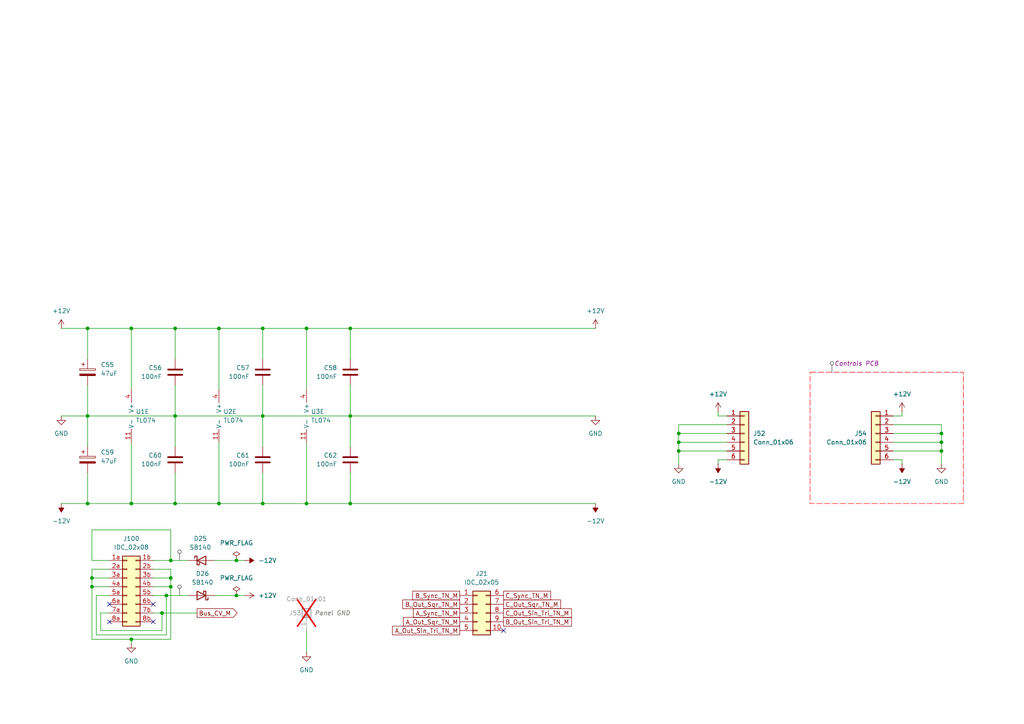
<source format=kicad_sch>
(kicad_sch (version 20250114) (generator "eeschema") (generator_version "9.0")
  (paper "A4")
  (title_block (title "Power Distribution") (company "DMH Instruments") (comment 1 "PCB for 10cm Kosmo format synthesizer module"))
  (lib_symbols
    (symbol "Amplifier_Operational:TL074" (pin_names (offset 0.127))
      (property "Reference" "U" (at 0 5.08 0))
      (property "Value" "TL074" (at 0 -5.08 0))
      (symbol "TL074_1_1"
        (polyline (pts (xy -5.08 5.08) (xy 5.08 0) (xy -5.08 -5.08) (xy -5.08 5.08)) (stroke (width 0.254)) (fill (type background)))
        (pin input line (at -7.62 2.54 0) (length 2.54) (name "+") (number "3"))
        (pin input line (at -7.62 -2.54 0) (length 2.54) (name "-") (number "2"))
        (pin output line (at 7.62 0 180) (length 2.54) (name "~") (number "1"))
      )
      (symbol "TL074_2_1"
        (polyline (pts (xy -5.08 5.08) (xy 5.08 0) (xy -5.08 -5.08) (xy -5.08 5.08)) (stroke (width 0.254)) (fill (type background)))
        (pin input line (at -7.62 2.54 0) (length 2.54) (name "+") (number "5"))
        (pin input line (at -7.62 -2.54 0) (length 2.54) (name "-") (number "6"))
        (pin output line (at 7.62 0 180) (length 2.54) (name "~") (number "7"))
      )
      (symbol "TL074_3_1"
        (polyline (pts (xy -5.08 5.08) (xy 5.08 0) (xy -5.08 -5.08) (xy -5.08 5.08)) (stroke (width 0.254)) (fill (type background)))
        (pin input line (at -7.62 2.54 0) (length 2.54) (name "+") (number "10"))
        (pin input line (at -7.62 -2.54 0) (length 2.54) (name "-") (number "9"))
        (pin output line (at 7.62 0 180) (length 2.54) (name "~") (number "8"))
      )
      (symbol "TL074_4_1"
        (polyline (pts (xy -5.08 5.08) (xy 5.08 0) (xy -5.08 -5.08) (xy -5.08 5.08)) (stroke (width 0.254)) (fill (type background)))
        (pin input line (at -7.62 2.54 0) (length 2.54) (name "+") (number "12"))
        (pin input line (at -7.62 -2.54 0) (length 2.54) (name "-") (number "13"))
        (pin output line (at 7.62 0 180) (length 2.54) (name "~") (number "14"))
      )
      (symbol "TL074_5_1"
        (pin power_in line (at -2.54 7.62 270) (length 3.81) (name "V+") (number "4"))
        (pin power_in line (at -2.54 -7.62 90) (length 3.81) (name "V-") (number "11"))
      )
    )
    (symbol "Connector_Generic:Conn_01x01" (pin_names (offset 1.016) (hide yes))
      (property "Reference" "J" (at 0 2.54 0))
      (property "Value" "Conn_01x01" (at 0 -2.54 0))
      (symbol "Conn_01x01_1_1"
        (rectangle (start -1.27 1.27) (end 1.27 -1.27) (stroke (width 0.254)) (fill (type background)))
        (rectangle (start -1.27 0.127) (end 0 -0.127) (stroke (width 0.1524)))
        (pin passive line (at -5.08 0 0) (length 3.81) (name "Pin_1") (number "1"))
      )
    )
    (symbol "Connector_Generic:Conn_01x06" (pin_names (offset 1.016) (hide yes))
      (property "Reference" "J" (at 0 7.62 0))
      (property "Value" "Conn_01x06" (at 0 -10.16 0))
      (symbol "Conn_01x06_1_1"
        (rectangle (start -1.27 6.35) (end 1.27 -8.89) (stroke (width 0.254)) (fill (type background)))
        (rectangle (start -1.27 5.207) (end 0 4.953) (stroke (width 0.1524)))
        (rectangle (start -1.27 2.667) (end 0 2.413) (stroke (width 0.1524)))
        (rectangle (start -1.27 0.127) (end 0 -0.127) (stroke (width 0.1524)))
        (rectangle (start -1.27 -2.413) (end 0 -2.667) (stroke (width 0.1524)))
        (rectangle (start -1.27 -4.953) (end 0 -5.207) (stroke (width 0.1524)))
        (rectangle (start -1.27 -7.493) (end 0 -7.747) (stroke (width 0.1524)))
        (pin passive line (at -5.08 5.08 0) (length 3.81) (name "Pin_1") (number "1"))
        (pin passive line (at -5.08 2.54 0) (length 3.81) (name "Pin_2") (number "2"))
        (pin passive line (at -5.08 0 0) (length 3.81) (name "Pin_3") (number "3"))
        (pin passive line (at -5.08 -2.54 0) (length 3.81) (name "Pin_4") (number "4"))
        (pin passive line (at -5.08 -5.08 0) (length 3.81) (name "Pin_5") (number "5"))
        (pin passive line (at -5.08 -7.62 0) (length 3.81) (name "Pin_6") (number "6"))
      )
    )
    (symbol "Device:C" (pin_numbers (hide yes)) (pin_names (offset 0.254))
      (property "Reference" "C" (at 0.635 2.54 0))
      (property "Value" "C" (at 0.635 -2.54 0))
      (symbol "C_0_1"
        (polyline (pts (xy -2.032 0.762) (xy 2.032 0.762)) (stroke (width 0.508)))
        (polyline (pts (xy -2.032 -0.762) (xy 2.032 -0.762)) (stroke (width 0.508)))
      )
      (symbol "C_1_1"
        (pin passive line (at 0 3.81 270) (length 2.794) (name "~") (number "1"))
        (pin passive line (at 0 -3.81 90) (length 2.794) (name "~") (number "2"))
      )
    )
    (symbol "Device:C_Polarized" (pin_numbers (hide yes)) (pin_names (offset 0.254))
      (property "Reference" "C" (at 0.635 2.54 0))
      (property "Value" "C_Polarized" (at 0.635 -2.54 0))
      (symbol "C_Polarized_0_1"
        (rectangle (start -2.286 0.508) (end 2.286 1.016))
        (polyline (pts (xy -1.778 2.286) (xy -0.762 2.286)))
        (polyline (pts (xy -1.27 2.794) (xy -1.27 1.778)))
        (rectangle (start 2.286 -0.508) (end -2.286 -1.016) (fill (type outline)))
      )
      (symbol "C_Polarized_1_1"
        (pin passive line (at 0 3.81 270) (length 2.794) (name "~") (number "1"))
        (pin passive line (at 0 -3.81 90) (length 2.794) (name "~") (number "2"))
      )
    )
    (symbol "Diode:SB140" (pin_numbers (hide yes)) (pin_names (offset 1.016) (hide yes))
      (property "Reference" "D" (at 0 2.54 0))
      (property "Value" "SB140" (at 0 -2.54 0))
      (symbol "SB140_0_1"
        (polyline (pts (xy -1.905 0.635) (xy -1.905 1.27) (xy -1.27 1.27) (xy -1.27 -1.27) (xy -0.635 -1.27) (xy -0.635 -0.635)) (stroke (width 0.254)))
        (polyline (pts (xy 1.27 1.27) (xy 1.27 -1.27) (xy -1.27 0) (xy 1.27 1.27)) (stroke (width 0.254)))
        (polyline (pts (xy 1.27 0) (xy -1.27 0)))
      )
      (symbol "SB140_1_1"
        (pin passive line (at -3.81 0 0) (length 2.54) (name "K") (number "1"))
        (pin passive line (at 3.81 0 180) (length 2.54) (name "A") (number "2"))
      )
    )
    (symbol "SynthStuff:BackBone_Connector_10Pin" (pin_names (offset 1.016) (hide yes))
      (property "Reference" "J" (at 0 -10.922 0))
      (property "Value" "IDC_02x05" (at 0 -8.382 0))
      (symbol "BackBone_Connector_10Pin_1_1"
        (rectangle (start -2.54 6.35) (end 2.54 -6.35) (stroke (width 0.254)) (fill (type background)))
        (rectangle (start -2.54 5.207) (end -1.27 4.953) (stroke (width 0.1524)))
        (rectangle (start -2.54 2.667) (end -1.27 2.413) (stroke (width 0.1524)))
        (rectangle (start -2.54 0.127) (end -1.27 -0.127) (stroke (width 0.1524)))
        (rectangle (start -2.54 -2.413) (end -1.27 -2.667) (stroke (width 0.1524)))
        (rectangle (start -2.54 -4.953) (end -1.27 -5.207) (stroke (width 0.1524)))
        (rectangle (start 2.54 5.207) (end 1.27 4.953) (stroke (width 0.1524)))
        (rectangle (start 2.54 2.667) (end 1.27 2.413) (stroke (width 0.1524)))
        (rectangle (start 2.54 0.127) (end 1.27 -0.127) (stroke (width 0.1524)))
        (rectangle (start 2.54 -2.413) (end 1.27 -2.667) (stroke (width 0.1524)))
        (rectangle (start 2.54 -4.953) (end 1.27 -5.207) (stroke (width 0.1524)))
        (pin passive line (at -6.35 5.08 0) (length 3.81) (name "Pin_1") (number "1"))
        (pin passive line (at -6.35 2.54 0) (length 3.81) (name "Pin_2") (number "2"))
        (pin passive line (at -6.35 0 0) (length 3.81) (name "Pin_3") (number "3"))
        (pin passive line (at -6.35 -2.54 0) (length 3.81) (name "Pin_4") (number "4"))
        (pin passive line (at -6.35 -5.08 0) (length 3.81) (name "Pin_5") (number "5"))
        (pin passive line (at 6.35 5.08 180) (length 3.81) (name "Pin_6") (number "6"))
        (pin passive line (at 6.35 2.54 180) (length 3.81) (name "Pin_7") (number "7"))
        (pin passive line (at 6.35 0 180) (length 3.81) (name "Pin_8") (number "8"))
        (pin passive line (at 6.35 -2.54 180) (length 3.81) (name "Pin_9") (number "9"))
        (pin passive line (at 6.35 -5.08 180) (length 3.81) (name "Pin_10") (number "10"))
      )
    )
    (symbol "SynthStuff:Eurorack_Power_Connector_16Pin" (pin_names (offset 1.016) (hide yes))
      (property "Reference" "J" (at 1.27 -16.51 0))
      (property "Value" "IDC_02x08" (at 1.27 -13.97 0))
      (symbol "Eurorack_Power_Connector_16Pin_1_1"
        (rectangle (start -1.27 8.89) (end 3.81 -11.43) (stroke (width 0.254)) (fill (type background)))
        (rectangle (start -1.27 7.747) (end 0 7.493) (stroke (width 0.1524)))
        (rectangle (start -1.27 5.207) (end 0 4.953) (stroke (width 0.1524)))
        (rectangle (start -1.27 2.667) (end 0 2.413) (stroke (width 0.1524)))
        (rectangle (start -1.27 0.127) (end 0 -0.127) (stroke (width 0.1524)))
        (rectangle (start -1.27 -2.413) (end 0 -2.667) (stroke (width 0.1524)))
        (rectangle (start -1.27 -4.953) (end 0 -5.207) (stroke (width 0.1524)))
        (rectangle (start -1.27 -7.493) (end 0 -7.747) (stroke (width 0.1524)))
        (rectangle (start -1.27 -10.033) (end 0 -10.287) (stroke (width 0.1524)))
        (rectangle (start 3.81 7.747) (end 2.54 7.493) (stroke (width 0.1524)))
        (rectangle (start 3.81 5.207) (end 2.54 4.953) (stroke (width 0.1524)))
        (rectangle (start 3.81 2.667) (end 2.54 2.413) (stroke (width 0.1524)))
        (rectangle (start 3.81 0.127) (end 2.54 -0.127) (stroke (width 0.1524)))
        (rectangle (start 3.81 -2.413) (end 2.54 -2.667) (stroke (width 0.1524)))
        (rectangle (start 3.81 -4.953) (end 2.54 -5.207) (stroke (width 0.1524)))
        (rectangle (start 3.81 -7.493) (end 2.54 -7.747) (stroke (width 0.1524)))
        (rectangle (start 3.81 -10.033) (end 2.54 -10.287) (stroke (width 0.1524)))
        (pin power_out line (at -5.08 7.62 0) (length 3.81) (name "Pin_1a") (number "1a"))
        (pin power_out line (at -5.08 5.08 0) (length 3.81) (name "Pin_2a") (number "2a"))
        (pin passive line (at -5.08 2.54 0) (length 3.81) (name "Pin_3a") (number "3a"))
        (pin passive line (at -5.08 0 0) (length 3.81) (name "Pin_4a") (number "4a"))
        (pin power_out line (at -5.08 -2.54 0) (length 3.81) (name "Pin_5a") (number "5a"))
        (pin power_out line (at -5.08 -5.08 0) (length 3.81) (name "Pin_6a") (number "6a"))
        (pin passive line (at -5.08 -7.62 0) (length 3.81) (name "Pin_7a") (number "7a"))
        (pin passive line (at -5.08 -10.16 0) (length 3.81) (name "Pin_8a") (number "8a"))
        (pin passive line (at 7.62 7.62 180) (length 3.81) (name "Pin_1b") (number "1b"))
        (pin passive line (at 7.62 5.08 180) (length 3.81) (name "Pin_2b") (number "2b"))
        (pin passive line (at 7.62 2.54 180) (length 3.81) (name "Pin_3b") (number "3b"))
        (pin passive line (at 7.62 0 180) (length 3.81) (name "Pin_4b") (number "4b"))
        (pin passive line (at 7.62 -2.54 180) (length 3.81) (name "Pin_5b") (number "5b"))
        (pin passive line (at 7.62 -5.08 180) (length 3.81) (name "Pin_6b") (number "6b"))
        (pin passive line (at 7.62 -7.62 180) (length 3.81) (name "Pin_7b") (number "7b"))
        (pin passive line (at 7.62 -10.16 180) (length 3.81) (name "Pin_8b") (number "8b"))
      )
    )
    (symbol "power:+12V" (power) (pin_numbers (hide yes)) (pin_names (offset 0) (hide yes))
      (property "Value" "+12V" (at 0 3.556 0))
      (symbol "+12V_0_1"
        (polyline (pts (xy -0.762 1.27) (xy 0 2.54)))
        (polyline (pts (xy 0 2.54) (xy 0.762 1.27)))
        (polyline (pts (xy 0 0) (xy 0 2.54)))
      )
      (symbol "+12V_1_1"
        (pin power_in line (at 0 0 90) (length 0) (name "~") (number "1"))
      )
    )
    (symbol "power:-12V" (power) (pin_numbers (hide yes)) (pin_names (offset 0) (hide yes))
      (property "Value" "-12V" (at 0 3.556 0))
      (symbol "-12V_0_0"
        (pin power_in line (at 0 0 90) (length 0) (name "~") (number "1"))
      )
      (symbol "-12V_0_1"
        (polyline (pts (xy 0 0) (xy 0 1.27) (xy 0.762 1.27) (xy 0 2.54) (xy -0.762 1.27) (xy 0 1.27)) (fill (type outline)))
      )
    )
    (symbol "power:GND" (power) (pin_numbers (hide yes)) (pin_names (offset 0) (hide yes))
      (property "Value" "GND" (at 0 -3.81 0))
      (symbol "GND_0_1"
        (polyline (pts (xy 0 0) (xy 0 -1.27) (xy 1.27 -1.27) (xy 0 -2.54) (xy -1.27 -1.27) (xy 0 -1.27)))
      )
      (symbol "GND_1_1"
        (pin power_in line (at 0 0 270) (length 0) (name "~") (number "1"))
      )
    )
    (symbol "power:PWR_FLAG" (power) (pin_numbers (hide yes)) (pin_names (offset 0) (hide yes))
      (property "Value" "PWR_FLAG" (at 0 3.81 0))
      (symbol "PWR_FLAG_0_0"
        (pin power_out line (at 0 0 90) (length 0) (name "~") (number "1"))
      )
      (symbol "PWR_FLAG_0_1"
        (polyline (pts (xy 0 0) (xy 0 1.27) (xy -1.016 1.905) (xy 0 2.54) (xy 1.016 1.905) (xy 0 1.27)))
      )
    )
  )
  (junction (at 68.58 162.56))
  (junction (at 101.6 120.65))
  (junction (at 196.85 125.73))
  (junction (at 76.2 95.25))
  (junction (at 50.8 120.65))
  (junction (at 273.05 130.81))
  (junction (at 25.4 146.05))
  (junction (at 196.85 128.27))
  (junction (at 50.8 146.05))
  (junction (at 88.9 146.05))
  (junction (at 101.6 146.05))
  (junction (at 196.85 130.81))
  (junction (at 38.1 146.05))
  (junction (at 48.26 172.72))
  (junction (at 38.1 95.25))
  (junction (at 88.9 95.25))
  (junction (at 68.58 172.72))
  (junction (at 273.05 128.27))
  (junction (at 50.8 95.25))
  (junction (at 38.1 185.42))
  (junction (at 46.99 177.8))
  (junction (at 25.4 120.65))
  (junction (at 63.5 95.25))
  (junction (at 49.53 167.64))
  (junction (at 101.6 95.25))
  (junction (at 49.53 170.18))
  (junction (at 76.2 146.05))
  (junction (at 273.05 125.73))
  (junction (at 76.2 120.65))
  (junction (at 26.67 170.18))
  (junction (at 49.53 162.56))
  (junction (at 25.4 95.25))
  (junction (at 63.5 146.05))
  (junction (at 26.67 167.64))
  (no_connect (at 146.05 182.88))
  (no_connect (at 44.45 180.34))
  (no_connect (at 31.75 175.26))
  (no_connect (at 44.45 175.26))
  (no_connect (at 31.75 180.34))
  (wire (pts (xy 76.2 111.76) (xy 76.2 120.65)))
  (wire (pts (xy 26.67 153.67) (xy 49.53 153.67)))
  (wire (pts (xy 208.28 119.38) (xy 208.28 120.65)))
  (wire (pts (xy 46.99 177.8) (xy 57.15 177.8)))
  (wire (pts (xy 25.4 146.05) (xy 38.1 146.05)))
  (wire (pts (xy 49.53 165.1) (xy 49.53 167.64)))
  (wire (pts (xy 196.85 130.81) (xy 196.85 128.27)))
  (wire (pts (xy 273.05 130.81) (xy 273.05 128.27)))
  (wire (pts (xy 76.2 137.16) (xy 76.2 146.05)))
  (wire (pts (xy 48.26 184.15) (xy 27.94 184.15)))
  (wire (pts (xy 261.62 133.35) (xy 259.08 133.35)))
  (wire (pts (xy 44.45 172.72) (xy 48.26 172.72)))
  (wire (pts (xy 26.67 162.56) (xy 26.67 153.67)))
  (wire (pts (xy 63.5 95.25) (xy 76.2 95.25)))
  (wire (pts (xy 17.78 120.65) (xy 25.4 120.65)))
  (wire (pts (xy 76.2 120.65) (xy 101.6 120.65)))
  (wire (pts (xy 196.85 128.27) (xy 210.82 128.27)))
  (wire (pts (xy 49.53 170.18) (xy 44.45 170.18)))
  (wire (pts (xy 273.05 134.62) (xy 273.05 130.81)))
  (wire (pts (xy 31.75 177.8) (xy 29.21 177.8)))
  (wire (pts (xy 38.1 146.05) (xy 50.8 146.05)))
  (wire (pts (xy 273.05 125.73) (xy 259.08 125.73)))
  (wire (pts (xy 101.6 95.25) (xy 172.72 95.25)))
  (wire (pts (xy 63.5 95.25) (xy 63.5 113.03)))
  (wire (pts (xy 62.23 172.72) (xy 68.58 172.72)))
  (wire (pts (xy 76.2 120.65) (xy 76.2 129.54)))
  (wire (pts (xy 88.9 95.25) (xy 88.9 113.03)))
  (wire (pts (xy 46.99 182.88) (xy 46.99 177.8)))
  (wire (pts (xy 26.67 167.64) (xy 26.67 170.18)))
  (wire (pts (xy 38.1 128.27) (xy 38.1 146.05)))
  (wire (pts (xy 25.4 95.25) (xy 25.4 104.14)))
  (wire (pts (xy 49.53 162.56) (xy 54.61 162.56)))
  (wire (pts (xy 76.2 95.25) (xy 88.9 95.25)))
  (wire (pts (xy 196.85 125.73) (xy 196.85 123.19)))
  (wire (pts (xy 196.85 128.27) (xy 196.85 125.73)))
  (wire (pts (xy 68.58 162.56) (xy 71.12 162.56)))
  (wire (pts (xy 17.78 95.25) (xy 25.4 95.25)))
  (wire (pts (xy 49.53 185.42) (xy 49.53 170.18)))
  (wire (pts (xy 38.1 95.25) (xy 50.8 95.25)))
  (wire (pts (xy 76.2 146.05) (xy 88.9 146.05)))
  (wire (pts (xy 25.4 95.25) (xy 38.1 95.25)))
  (wire (pts (xy 50.8 120.65) (xy 50.8 129.54)))
  (wire (pts (xy 196.85 125.73) (xy 210.82 125.73)))
  (wire (pts (xy 208.28 134.62) (xy 208.28 133.35)))
  (wire (pts (xy 196.85 123.19) (xy 210.82 123.19)))
  (wire (pts (xy 38.1 95.25) (xy 38.1 113.03)))
  (wire (pts (xy 88.9 182.88) (xy 88.9 189.23)))
  (wire (pts (xy 50.8 120.65) (xy 76.2 120.65)))
  (wire (pts (xy 38.1 185.42) (xy 38.1 186.69)))
  (wire (pts (xy 68.58 172.72) (xy 71.12 172.72)))
  (wire (pts (xy 27.94 184.15) (xy 27.94 172.72)))
  (wire (pts (xy 31.75 170.18) (xy 26.67 170.18)))
  (wire (pts (xy 101.6 111.76) (xy 101.6 120.65)))
  (wire (pts (xy 31.75 162.56) (xy 26.67 162.56)))
  (wire (pts (xy 25.4 111.76) (xy 25.4 120.65)))
  (wire (pts (xy 208.28 133.35) (xy 210.82 133.35)))
  (wire (pts (xy 26.67 170.18) (xy 26.67 185.42)))
  (wire (pts (xy 25.4 120.65) (xy 25.4 129.54)))
  (wire (pts (xy 26.67 165.1) (xy 26.67 167.64)))
  (wire (pts (xy 101.6 95.25) (xy 101.6 104.14)))
  (wire (pts (xy 208.28 120.65) (xy 210.82 120.65)))
  (wire (pts (xy 273.05 128.27) (xy 259.08 128.27)))
  (wire (pts (xy 31.75 165.1) (xy 26.67 165.1)))
  (wire (pts (xy 48.26 172.72) (xy 54.61 172.72)))
  (wire (pts (xy 50.8 95.25) (xy 63.5 95.25)))
  (wire (pts (xy 29.21 177.8) (xy 29.21 182.88)))
  (wire (pts (xy 101.6 137.16) (xy 101.6 146.05)))
  (wire (pts (xy 29.21 182.88) (xy 46.99 182.88)))
  (wire (pts (xy 273.05 128.27) (xy 273.05 125.73)))
  (wire (pts (xy 50.8 95.25) (xy 50.8 104.14)))
  (wire (pts (xy 63.5 128.27) (xy 63.5 146.05)))
  (wire (pts (xy 261.62 120.65) (xy 259.08 120.65)))
  (wire (pts (xy 273.05 123.19) (xy 259.08 123.19)))
  (wire (pts (xy 196.85 130.81) (xy 210.82 130.81)))
  (wire (pts (xy 44.45 177.8) (xy 46.99 177.8)))
  (wire (pts (xy 101.6 120.65) (xy 172.72 120.65)))
  (wire (pts (xy 25.4 137.16) (xy 25.4 146.05)))
  (wire (pts (xy 49.53 153.67) (xy 49.53 162.56)))
  (wire (pts (xy 62.23 162.56) (xy 68.58 162.56)))
  (wire (pts (xy 48.26 172.72) (xy 48.26 184.15)))
  (wire (pts (xy 38.1 185.42) (xy 49.53 185.42)))
  (wire (pts (xy 44.45 162.56) (xy 49.53 162.56)))
  (wire (pts (xy 50.8 146.05) (xy 63.5 146.05)))
  (wire (pts (xy 49.53 167.64) (xy 49.53 170.18)))
  (wire (pts (xy 50.8 137.16) (xy 50.8 146.05)))
  (wire (pts (xy 17.78 146.05) (xy 25.4 146.05)))
  (wire (pts (xy 26.67 185.42) (xy 38.1 185.42)))
  (wire (pts (xy 101.6 146.05) (xy 172.72 146.05)))
  (wire (pts (xy 50.8 111.76) (xy 50.8 120.65)))
  (wire (pts (xy 273.05 130.81) (xy 259.08 130.81)))
  (wire (pts (xy 88.9 128.27) (xy 88.9 146.05)))
  (wire (pts (xy 63.5 146.05) (xy 76.2 146.05)))
  (wire (pts (xy 88.9 146.05) (xy 101.6 146.05)))
  (wire (pts (xy 44.45 167.64) (xy 49.53 167.64)))
  (wire (pts (xy 101.6 120.65) (xy 101.6 129.54)))
  (wire (pts (xy 261.62 119.38) (xy 261.62 120.65)))
  (wire (pts (xy 44.45 165.1) (xy 49.53 165.1)))
  (wire (pts (xy 261.62 134.62) (xy 261.62 133.35)))
  (wire (pts (xy 273.05 125.73) (xy 273.05 123.19)))
  (wire (pts (xy 196.85 134.62) (xy 196.85 130.81)))
  (wire (pts (xy 76.2 95.25) (xy 76.2 104.14)))
  (wire (pts (xy 31.75 167.64) (xy 26.67 167.64)))
  (wire (pts (xy 25.4 120.65) (xy 50.8 120.65)))
  (wire (pts (xy 88.9 95.25) (xy 101.6 95.25)))
  (wire (pts (xy 27.94 172.72) (xy 31.75 172.72)))
  (global_label "Bus_CV_M" (shape output) (at 57.15 177.8 0) (property "Intersheetrefs" "${INTERSHEET_REFS}" (effects (hide yes))))
  (global_label "B_Out_Sqr_TN_M" (shape passive) (at 133.35 175.26 180) (property "Intersheetrefs" "${INTERSHEET_REFS}" (effects (hide yes))))
  (global_label "C_Out_Sqr_TN_M" (shape passive) (at 146.05 175.26 0) (property "Intersheetrefs" "${INTERSHEET_REFS}" (effects (hide yes))))
  (global_label "C_Sync_TN_M" (shape passive) (at 146.05 172.72 0) (property "Intersheetrefs" "${INTERSHEET_REFS}" (effects (hide yes))))
  (global_label "B_Out_Sin_Tri_TN_M" (shape passive) (at 146.05 180.34 0) (property "Intersheetrefs" "${INTERSHEET_REFS}" (effects (hide yes))))
  (global_label "B_Sync_TN_M" (shape passive) (at 133.35 172.72 180) (property "Intersheetrefs" "${INTERSHEET_REFS}" (effects (hide yes))))
  (global_label "A_Out_Sqr_TN_M" (shape passive) (at 133.35 180.34 180) (property "Intersheetrefs" "${INTERSHEET_REFS}" (effects (hide yes))))
  (global_label "A_Out_Sin_Tri_TN_M" (shape passive) (at 133.35 182.88 180) (property "Intersheetrefs" "${INTERSHEET_REFS}" (effects (hide yes))))
  (global_label "C_Out_Sin_Tri_TN_M" (shape passive) (at 146.05 177.8 0) (property "Intersheetrefs" "${INTERSHEET_REFS}" (effects (hide yes))))
  (global_label "A_Sync_TN_M" (shape passive) (at 133.35 177.8 180) (property "Intersheetrefs" "${INTERSHEET_REFS}" (effects (hide yes))))
  (rule_area (polyline (pts (xy 234.95 107.95) (xy 279.4 107.95) (xy 279.4 146.05) (xy 234.95 146.05)) (stroke (width 0) (type dash))))
  (netclass_flag "" (length 2.54) (shape round) (at 52.07 162.56 0) (property "Netclass" "Power" (effects (hide yes))))
  (netclass_flag "" (length 2.54) (shape round) (at 52.07 172.72 0) (property "Netclass" "Power" (effects (hide yes))))
  (netclass_flag "" (length 2.54) (shape round) (at 241.3 107.95 0) (property "Component Class" "Controls PCB" (at 241.9985 105.41 0) (effects (font (italic yes)) (justify left))))
  (symbol (lib_id "Device:C") (at 76.2 107.95 0) (mirror y) (unit 1) (on_board no)
    (property "Reference" "C57" (at 72.39 106.6799 0) (effects (justify left)))
    (property "Value" "100nF" (at 72.39 109.2199 0) (effects (justify left)))
    (property "Footprint" "Capacitor_THT:C_Disc_D4.3mm_W1.9mm_P5.00mm" (effects (hide yes)))
    (property "Description" "Unpolarized capacitor" (effects (hide yes)))
  )
  (symbol (lib_id "Diode:SB140") (at 58.42 162.56 0) (unit 1) (on_board no)
    (property "Reference" "D25" (at 58.1025 156.21 0))
    (property "Value" "SB140" (at 58.1025 158.75 0))
    (property "Footprint" "Diode_THT:D_DO-41_SOD81_P10.16mm_Horizontal" (effects (hide yes)))
    (property "Datasheet" "http://www.diodes.com/_files/datasheets/ds23022.pdf" (effects (hide yes)))
    (property "Description" "40V 1A Schottky Barrier Rectifier Diode, DO-41" (effects (hide yes)))
  )
  (symbol (lib_id "Device:C_Polarized") (at 25.4 133.35 0) (unit 1) (on_board no)
    (property "Reference" "C59" (at 29.21 131.1909 0) (effects (justify left)))
    (property "Value" "47uF" (at 29.21 133.7309 0) (effects (justify left)))
    (property "Footprint" "Capacitor_THT:CP_Radial_D5.0mm_P2.00mm" (effects (hide yes)))
    (property "Description" "Polarized capacitor" (effects (hide yes)))
  )
  (symbol (lib_id "Connector_Generic:Conn_01x06") (at 215.9 125.73 0) (unit 1) (on_board no)
    (property "Reference" "J52" (at 218.44 125.7299 0) (effects (justify left)))
    (property "Value" "Conn_01x06" (at 218.44 128.2699 0) (effects (justify left)))
    (property "Footprint" "Connector_PinHeader_2.54mm:PinHeader_1x06_P2.54mm_Vertical" (effects (hide yes)))
    (property "Description" "Generic connector, single row, 01x06, script generated (kicad-library-utils/schlib/autogen/connector/)" (effects (hide yes)))
  )
  (symbol (lib_id "Device:C") (at 101.6 107.95 0) (mirror y) (unit 1) (on_board no)
    (property "Reference" "C58" (at 97.79 106.6799 0) (effects (justify left)))
    (property "Value" "100nF" (at 97.79 109.2199 0) (effects (justify left)))
    (property "Footprint" "Capacitor_THT:C_Disc_D4.3mm_W1.9mm_P5.00mm" (effects (hide yes)))
    (property "Description" "Unpolarized capacitor" (effects (hide yes)))
  )
  (symbol (lib_id "power:+12V") (at 17.78 95.25 0) (unit 1) (on_board no)
    (property "Reference" "#PWR0199" (effects (hide yes)))
    (property "Value" "+12V" (at 17.78 90.17 0))
    (property "Description" "Power symbol creates a global label with name \"+12V\"" (effects (hide yes)))
  )
  (symbol (lib_id "power:GND") (at 38.1 186.69 0) (unit 1) (on_board no)
    (property "Reference" "#PWR0218" (effects (hide yes)))
    (property "Value" "GND" (at 38.1 191.77 0))
    (property "Description" "Power symbol creates a global label with name \"GND\" , ground" (effects (hide yes)))
  )
  (symbol (lib_id "Connector_Generic:Conn_01x06") (at 254 125.73 0) (mirror y) (unit 1)
    (property "Reference" "J54" (at 251.46 125.7299 0) (effects (justify left)))
    (property "Value" "Conn_01x06" (at 251.46 128.2699 0) (effects (justify left)))
    (property "Footprint" "Connector_PinSocket_2.54mm:PinSocket_1x06_P2.54mm_Vertical" (effects (hide yes)))
    (property "Description" "Generic connector, single row, 01x06, script generated (kicad-library-utils/schlib/autogen/connector/)" (effects (hide yes)))
  )
  (symbol (lib_id "Device:C") (at 76.2 133.35 0) (mirror y) (unit 1) (on_board no)
    (property "Reference" "C61" (at 72.39 132.0799 0) (effects (justify left)))
    (property "Value" "100nF" (at 72.39 134.6199 0) (effects (justify left)))
    (property "Footprint" "Capacitor_THT:C_Disc_D4.3mm_W1.9mm_P5.00mm" (effects (hide yes)))
    (property "Description" "Unpolarized capacitor" (effects (hide yes)))
  )
  (symbol (lib_id "power:+12V") (at 208.28 119.38 0) (unit 1) (on_board no)
    (property "Reference" "#PWR0204" (effects (hide yes)))
    (property "Value" "+12V" (at 208.28 114.3 0))
    (property "Description" "Power symbol creates a global label with name \"+12V\"" (effects (hide yes)))
  )
  (symbol (lib_id "power:GND") (at 273.05 134.62 0) (mirror y) (unit 1)
    (property "Reference" "#PWR0210" (effects (hide yes)))
    (property "Value" "GND" (at 273.05 139.7 0))
    (property "Description" "Power symbol creates a global label with name \"GND\" , ground" (effects (hide yes)))
  )
  (symbol (lib_id "power:-12V") (at 71.12 162.56 270) (unit 1) (on_board no)
    (property "Reference" "#PWR0212" (effects (hide yes)))
    (property "Value" "-12V" (at 74.93 162.5599 90) (effects (justify left)))
    (property "Description" "Power symbol creates a global label with name \"-12V\"" (effects (hide yes)))
  )
  (symbol (lib_id "power:+12V") (at 261.62 119.38 0) (mirror y) (unit 1)
    (property "Reference" "#PWR0203" (effects (hide yes)))
    (property "Value" "+12V" (at 261.62 114.3 0))
    (property "Description" "Power symbol creates a global label with name \"+12V\"" (effects (hide yes)))
  )
  (symbol (lib_id "Device:C") (at 50.8 133.35 0) (mirror y) (unit 1) (on_board no)
    (property "Reference" "C60" (at 46.99 132.0799 0) (effects (justify left)))
    (property "Value" "100nF" (at 46.99 134.6199 0) (effects (justify left)))
    (property "Footprint" "Capacitor_THT:C_Disc_D4.3mm_W1.9mm_P5.00mm" (effects (hide yes)))
    (property "Description" "Unpolarized capacitor" (effects (hide yes)))
  )
  (symbol (lib_id "power:-12V") (at 17.78 146.05 180) (unit 1) (on_board no)
    (property "Reference" "#PWR0205" (effects (hide yes)))
    (property "Value" "-12V" (at 17.78 151.13 0))
    (property "Description" "Power symbol creates a global label with name \"-12V\"" (effects (hide yes)))
  )
  (symbol (lib_id "Device:C") (at 50.8 107.95 0) (mirror y) (unit 1) (on_board no)
    (property "Reference" "C56" (at 46.99 106.6799 0) (effects (justify left)))
    (property "Value" "100nF" (at 46.99 109.2199 0) (effects (justify left)))
    (property "Footprint" "Capacitor_THT:C_Disc_D4.3mm_W1.9mm_P5.00mm" (effects (hide yes)))
    (property "Description" "Unpolarized capacitor" (effects (hide yes)))
  )
  (symbol (lib_id "Device:C") (at 101.6 133.35 0) (mirror y) (unit 1) (on_board no)
    (property "Reference" "C62" (at 97.79 132.0799 0) (effects (justify left)))
    (property "Value" "100nF" (at 97.79 134.6199 0) (effects (justify left)))
    (property "Footprint" "Capacitor_THT:C_Disc_D4.3mm_W1.9mm_P5.00mm" (effects (hide yes)))
    (property "Description" "Unpolarized capacitor" (effects (hide yes)))
  )
  (symbol (lib_id "power:GND") (at 88.9 189.23 0) (unit 1) (on_board no)
    (property "Reference" "#PWR0219" (effects (hide yes)))
    (property "Value" "GND" (at 88.9 194.31 0))
    (property "Description" "Power symbol creates a global label with name \"GND\" , ground" (effects (hide yes)))
  )
  (symbol (lib_id "Amplifier_Operational:TL074") (at 66.04 120.65 0) (unit 5) (on_board no)
    (property "Reference" "U2" (at 64.77 119.3799 0) (effects (justify left)))
    (property "Value" "TL074" (at 64.77 121.9199 0) (effects (justify left)))
    (property "Footprint" "Package_DIP:DIP-14_W7.62mm_Socket" (effects (hide yes)))
    (property "Datasheet" "http://www.ti.com/lit/ds/symlink/tl071.pdf" (effects (hide yes)))
    (property "Description" "Quad Low-Noise JFET-Input Operational Amplifiers, DIP-14/SOIC-14" (effects (hide yes)))
  )
  (symbol (lib_id "Connector_Generic:Conn_01x01") (at 88.9 177.8 90) (unit 1) (in_bom no) (on_board no) (dnp yes)
    (property "Reference" "J53" (at 83.82 177.8 90) (effects (justify right)))
    (property "Value" "Conn_01x01" (at 88.9 173.736 90))
    (property "Footprint" "Connector_PinHeader_2.54mm:PinHeader_1x01_P2.54mm_Vertical" (effects (hide yes)))
    (property "Description" "Generic connector, single row, 01x01, script generated (kicad-library-utils/schlib/autogen/connector/)" (effects (hide yes)))
    (property "Function" "Panel GND" (at 96.52 177.8 90) (effects (font (thickness 0.254) (bold yes) (italic yes))))
  )
  (symbol (lib_id "power:+12V") (at 71.12 172.72 270) (unit 1) (on_board no)
    (property "Reference" "#PWR0214" (effects (hide yes)))
    (property "Value" "+12V" (at 74.93 172.7199 90) (effects (justify left)))
    (property "Description" "Power symbol creates a global label with name \"+12V\"" (effects (hide yes)))
  )
  (symbol (lib_id "power:-12V") (at 261.62 134.62 0) (mirror x) (unit 1)
    (property "Reference" "#PWR0208" (effects (hide yes)))
    (property "Value" "-12V" (at 261.62 139.7 0))
    (property "Description" "Power symbol creates a global label with name \"-12V\"" (effects (hide yes)))
  )
  (symbol (lib_id "power:GND") (at 17.78 120.65 0) (unit 1) (on_board no)
    (property "Reference" "#PWR0201" (effects (hide yes)))
    (property "Value" "GND" (at 17.78 125.73 0))
    (property "Description" "Power symbol creates a global label with name \"GND\" , ground" (effects (hide yes)))
  )
  (symbol (lib_id "SynthStuff:BackBone_Connector_10Pin") (at 139.7 177.8 0) (unit 1) (on_board no)
    (property "Reference" "J21" (at 139.7 166.37 0))
    (property "Value" "IDC_02x05" (at 139.7 168.91 0))
    (property "Footprint" "SynthStuff:IDC-Header_2x05_P2.54mm_Vertical_BackBone" (effects (hide yes)))
    (property "Description" "IDC jack, 2x5 pins, row a carries same signals as row b." (effects (hide yes)))
  )
  (symbol (lib_id "power:+12V") (at 172.72 95.25 0) (unit 1) (on_board no)
    (property "Reference" "#PWR0200" (effects (hide yes)))
    (property "Value" "+12V" (at 172.72 90.17 0))
    (property "Description" "Power symbol creates a global label with name \"+12V\"" (effects (hide yes)))
  )
  (symbol (lib_id "power:GND") (at 172.72 120.65 0) (unit 1) (on_board no)
    (property "Reference" "#PWR0202" (effects (hide yes)))
    (property "Value" "GND" (at 172.72 125.73 0))
    (property "Description" "Power symbol creates a global label with name \"GND\" , ground" (effects (hide yes)))
  )
  (symbol (lib_id "Amplifier_Operational:TL074") (at 91.44 120.65 0) (unit 5) (on_board no)
    (property "Reference" "U3" (at 90.17 119.3799 0) (effects (justify left)))
    (property "Value" "TL074" (at 90.17 121.9199 0) (effects (justify left)))
    (property "Footprint" "Package_DIP:DIP-14_W7.62mm_Socket" (effects (hide yes)))
    (property "Datasheet" "http://www.ti.com/lit/ds/symlink/tl071.pdf" (effects (hide yes)))
    (property "Description" "Quad Low-Noise JFET-Input Operational Amplifiers, DIP-14/SOIC-14" (effects (hide yes)))
  )
  (symbol (lib_id "power:PWR_FLAG") (at 68.58 162.56 0) (unit 1) (on_board no)
    (property "Reference" "#FLG01" (effects (hide yes)))
    (property "Value" "PWR_FLAG" (at 68.58 157.48 0))
    (property "Description" "Special symbol for telling ERC where power comes from" (effects (hide yes)))
  )
  (symbol (lib_id "SynthStuff:Eurorack_Power_Connector_16Pin") (at 36.83 170.18 0) (unit 1) (on_board no)
    (property "Reference" "J100" (at 38.1 156.21 0))
    (property "Value" "IDC_02x08" (at 38.1 158.75 0))
    (property "Footprint" "SynthStuff:IDC-Header_2x08_P2.54mm_Vertical_Eurorack" (effects (hide yes)))
    (property "Description" "IDC jack, 2x8 pins, row a carries same signals as row b." (effects (hide yes)))
  )
  (symbol (lib_id "power:PWR_FLAG") (at 68.58 172.72 0) (unit 1) (on_board no)
    (property "Reference" "#FLG04" (effects (hide yes)))
    (property "Value" "PWR_FLAG" (at 68.58 167.64 0))
    (property "Description" "Special symbol for telling ERC where power comes from" (effects (hide yes)))
  )
  (symbol (lib_id "Amplifier_Operational:TL074") (at 40.64 120.65 0) (unit 5) (on_board no)
    (property "Reference" "U1" (at 39.37 119.3799 0) (effects (justify left)))
    (property "Value" "TL074" (at 39.37 121.9199 0) (effects (justify left)))
    (property "Footprint" "Package_DIP:DIP-14_W7.62mm_Socket" (effects (hide yes)))
    (property "Datasheet" "http://www.ti.com/lit/ds/symlink/tl071.pdf" (effects (hide yes)))
    (property "Description" "Quad Low-Noise JFET-Input Operational Amplifiers, DIP-14/SOIC-14" (effects (hide yes)))
  )
  (symbol (lib_id "Diode:SB140") (at 58.42 172.72 180) (unit 1) (on_board no)
    (property "Reference" "D26" (at 58.7375 166.37 0))
    (property "Value" "SB140" (at 58.7375 168.91 0))
    (property "Footprint" "Diode_THT:D_DO-41_SOD81_P10.16mm_Horizontal" (effects (hide yes)))
    (property "Datasheet" "http://www.diodes.com/_files/datasheets/ds23022.pdf" (effects (hide yes)))
    (property "Description" "40V 1A Schottky Barrier Rectifier Diode, DO-41" (effects (hide yes)))
  )
  (symbol (lib_id "Device:C_Polarized") (at 25.4 107.95 0) (unit 1) (on_board no)
    (property "Reference" "C55" (at 29.21 105.7909 0) (effects (justify left)))
    (property "Value" "47uF" (at 29.21 108.3309 0) (effects (justify left)))
    (property "Footprint" "Capacitor_THT:CP_Radial_D5.0mm_P2.00mm" (effects (hide yes)))
    (property "Description" "Polarized capacitor" (effects (hide yes)))
  )
  (symbol (lib_id "power:-12V") (at 208.28 134.62 180) (unit 1) (on_board no)
    (property "Reference" "#PWR0209" (effects (hide yes)))
    (property "Value" "-12V" (at 208.28 139.7 0))
    (property "Description" "Power symbol creates a global label with name \"-12V\"" (effects (hide yes)))
  )
  (symbol (lib_id "power:-12V") (at 172.72 146.05 180) (unit 1) (on_board no)
    (property "Reference" "#PWR0206" (effects (hide yes)))
    (property "Value" "-12V" (at 172.72 151.13 0))
    (property "Description" "Power symbol creates a global label with name \"-12V\"" (effects (hide yes)))
  )
  (symbol (lib_id "power:GND") (at 196.85 134.62 0) (unit 1) (on_board no)
    (property "Reference" "#PWR0207" (effects (hide yes)))
    (property "Value" "GND" (at 196.85 139.7 0))
    (property "Description" "Power symbol creates a global label with name \"GND\" , ground" (effects (hide yes)))
  )
)
</source>
